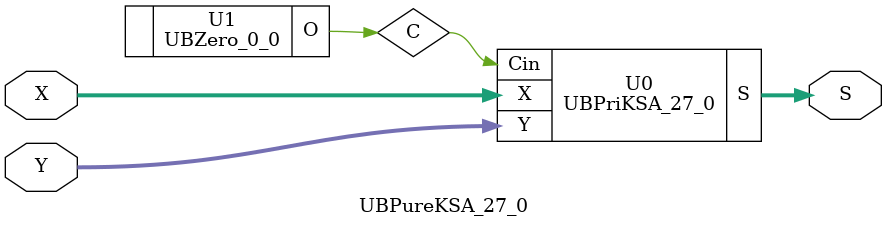
<source format=v>
/*----------------------------------------------------------------------------
  Copyright (c) 2021 Homma laboratory. All rights reserved.

  Top module: UBKSA_27_0_27_0

  Operand-1 length: 28
  Operand-2 length: 28
  Two-operand addition algorithm: Kogge-Stone adder
----------------------------------------------------------------------------*/

module GPGenerator(Go, Po, A, B);
  output Go;
  output Po;
  input A;
  input B;
  assign Go = A & B;
  assign Po = A ^ B;
endmodule

module CarryOperator(Go, Po, Gi1, Pi1, Gi2, Pi2);
  output Go;
  output Po;
  input Gi1;
  input Gi2;
  input Pi1;
  input Pi2;
  assign Go = Gi1 | ( Gi2 & Pi1 );
  assign Po = Pi1 & Pi2;
endmodule

module UBPriKSA_27_0(S, X, Y, Cin);
  output [28:0] S;
  input Cin;
  input [27:0] X;
  input [27:0] Y;
  wire [27:0] G0;
  wire [27:0] G1;
  wire [27:0] G2;
  wire [27:0] G3;
  wire [27:0] G4;
  wire [27:0] G5;
  wire [27:0] P0;
  wire [27:0] P1;
  wire [27:0] P2;
  wire [27:0] P3;
  wire [27:0] P4;
  wire [27:0] P5;
  assign P1[0] = P0[0];
  assign G1[0] = G0[0];
  assign P2[0] = P1[0];
  assign G2[0] = G1[0];
  assign P2[1] = P1[1];
  assign G2[1] = G1[1];
  assign P3[0] = P2[0];
  assign G3[0] = G2[0];
  assign P3[1] = P2[1];
  assign G3[1] = G2[1];
  assign P3[2] = P2[2];
  assign G3[2] = G2[2];
  assign P3[3] = P2[3];
  assign G3[3] = G2[3];
  assign P4[0] = P3[0];
  assign G4[0] = G3[0];
  assign P4[1] = P3[1];
  assign G4[1] = G3[1];
  assign P4[2] = P3[2];
  assign G4[2] = G3[2];
  assign P4[3] = P3[3];
  assign G4[3] = G3[3];
  assign P4[4] = P3[4];
  assign G4[4] = G3[4];
  assign P4[5] = P3[5];
  assign G4[5] = G3[5];
  assign P4[6] = P3[6];
  assign G4[6] = G3[6];
  assign P4[7] = P3[7];
  assign G4[7] = G3[7];
  assign P5[0] = P4[0];
  assign G5[0] = G4[0];
  assign P5[1] = P4[1];
  assign G5[1] = G4[1];
  assign P5[2] = P4[2];
  assign G5[2] = G4[2];
  assign P5[3] = P4[3];
  assign G5[3] = G4[3];
  assign P5[4] = P4[4];
  assign G5[4] = G4[4];
  assign P5[5] = P4[5];
  assign G5[5] = G4[5];
  assign P5[6] = P4[6];
  assign G5[6] = G4[6];
  assign P5[7] = P4[7];
  assign G5[7] = G4[7];
  assign P5[8] = P4[8];
  assign G5[8] = G4[8];
  assign P5[9] = P4[9];
  assign G5[9] = G4[9];
  assign P5[10] = P4[10];
  assign G5[10] = G4[10];
  assign P5[11] = P4[11];
  assign G5[11] = G4[11];
  assign P5[12] = P4[12];
  assign G5[12] = G4[12];
  assign P5[13] = P4[13];
  assign G5[13] = G4[13];
  assign P5[14] = P4[14];
  assign G5[14] = G4[14];
  assign P5[15] = P4[15];
  assign G5[15] = G4[15];
  assign S[0] = Cin ^ P0[0];
  assign S[1] = ( G5[0] | ( P5[0] & Cin ) ) ^ P0[1];
  assign S[2] = ( G5[1] | ( P5[1] & Cin ) ) ^ P0[2];
  assign S[3] = ( G5[2] | ( P5[2] & Cin ) ) ^ P0[3];
  assign S[4] = ( G5[3] | ( P5[3] & Cin ) ) ^ P0[4];
  assign S[5] = ( G5[4] | ( P5[4] & Cin ) ) ^ P0[5];
  assign S[6] = ( G5[5] | ( P5[5] & Cin ) ) ^ P0[6];
  assign S[7] = ( G5[6] | ( P5[6] & Cin ) ) ^ P0[7];
  assign S[8] = ( G5[7] | ( P5[7] & Cin ) ) ^ P0[8];
  assign S[9] = ( G5[8] | ( P5[8] & Cin ) ) ^ P0[9];
  assign S[10] = ( G5[9] | ( P5[9] & Cin ) ) ^ P0[10];
  assign S[11] = ( G5[10] | ( P5[10] & Cin ) ) ^ P0[11];
  assign S[12] = ( G5[11] | ( P5[11] & Cin ) ) ^ P0[12];
  assign S[13] = ( G5[12] | ( P5[12] & Cin ) ) ^ P0[13];
  assign S[14] = ( G5[13] | ( P5[13] & Cin ) ) ^ P0[14];
  assign S[15] = ( G5[14] | ( P5[14] & Cin ) ) ^ P0[15];
  assign S[16] = ( G5[15] | ( P5[15] & Cin ) ) ^ P0[16];
  assign S[17] = ( G5[16] | ( P5[16] & Cin ) ) ^ P0[17];
  assign S[18] = ( G5[17] | ( P5[17] & Cin ) ) ^ P0[18];
  assign S[19] = ( G5[18] | ( P5[18] & Cin ) ) ^ P0[19];
  assign S[20] = ( G5[19] | ( P5[19] & Cin ) ) ^ P0[20];
  assign S[21] = ( G5[20] | ( P5[20] & Cin ) ) ^ P0[21];
  assign S[22] = ( G5[21] | ( P5[21] & Cin ) ) ^ P0[22];
  assign S[23] = ( G5[22] | ( P5[22] & Cin ) ) ^ P0[23];
  assign S[24] = ( G5[23] | ( P5[23] & Cin ) ) ^ P0[24];
  assign S[25] = ( G5[24] | ( P5[24] & Cin ) ) ^ P0[25];
  assign S[26] = ( G5[25] | ( P5[25] & Cin ) ) ^ P0[26];
  assign S[27] = ( G5[26] | ( P5[26] & Cin ) ) ^ P0[27];
  assign S[28] = G5[27] | ( P5[27] & Cin );
  GPGenerator U0 (G0[0], P0[0], X[0], Y[0]);
  GPGenerator U1 (G0[1], P0[1], X[1], Y[1]);
  GPGenerator U2 (G0[2], P0[2], X[2], Y[2]);
  GPGenerator U3 (G0[3], P0[3], X[3], Y[3]);
  GPGenerator U4 (G0[4], P0[4], X[4], Y[4]);
  GPGenerator U5 (G0[5], P0[5], X[5], Y[5]);
  GPGenerator U6 (G0[6], P0[6], X[6], Y[6]);
  GPGenerator U7 (G0[7], P0[7], X[7], Y[7]);
  GPGenerator U8 (G0[8], P0[8], X[8], Y[8]);
  GPGenerator U9 (G0[9], P0[9], X[9], Y[9]);
  GPGenerator U10 (G0[10], P0[10], X[10], Y[10]);
  GPGenerator U11 (G0[11], P0[11], X[11], Y[11]);
  GPGenerator U12 (G0[12], P0[12], X[12], Y[12]);
  GPGenerator U13 (G0[13], P0[13], X[13], Y[13]);
  GPGenerator U14 (G0[14], P0[14], X[14], Y[14]);
  GPGenerator U15 (G0[15], P0[15], X[15], Y[15]);
  GPGenerator U16 (G0[16], P0[16], X[16], Y[16]);
  GPGenerator U17 (G0[17], P0[17], X[17], Y[17]);
  GPGenerator U18 (G0[18], P0[18], X[18], Y[18]);
  GPGenerator U19 (G0[19], P0[19], X[19], Y[19]);
  GPGenerator U20 (G0[20], P0[20], X[20], Y[20]);
  GPGenerator U21 (G0[21], P0[21], X[21], Y[21]);
  GPGenerator U22 (G0[22], P0[22], X[22], Y[22]);
  GPGenerator U23 (G0[23], P0[23], X[23], Y[23]);
  GPGenerator U24 (G0[24], P0[24], X[24], Y[24]);
  GPGenerator U25 (G0[25], P0[25], X[25], Y[25]);
  GPGenerator U26 (G0[26], P0[26], X[26], Y[26]);
  GPGenerator U27 (G0[27], P0[27], X[27], Y[27]);
  CarryOperator U28 (G1[1], P1[1], G0[1], P0[1], G0[0], P0[0]);
  CarryOperator U29 (G1[2], P1[2], G0[2], P0[2], G0[1], P0[1]);
  CarryOperator U30 (G1[3], P1[3], G0[3], P0[3], G0[2], P0[2]);
  CarryOperator U31 (G1[4], P1[4], G0[4], P0[4], G0[3], P0[3]);
  CarryOperator U32 (G1[5], P1[5], G0[5], P0[5], G0[4], P0[4]);
  CarryOperator U33 (G1[6], P1[6], G0[6], P0[6], G0[5], P0[5]);
  CarryOperator U34 (G1[7], P1[7], G0[7], P0[7], G0[6], P0[6]);
  CarryOperator U35 (G1[8], P1[8], G0[8], P0[8], G0[7], P0[7]);
  CarryOperator U36 (G1[9], P1[9], G0[9], P0[9], G0[8], P0[8]);
  CarryOperator U37 (G1[10], P1[10], G0[10], P0[10], G0[9], P0[9]);
  CarryOperator U38 (G1[11], P1[11], G0[11], P0[11], G0[10], P0[10]);
  CarryOperator U39 (G1[12], P1[12], G0[12], P0[12], G0[11], P0[11]);
  CarryOperator U40 (G1[13], P1[13], G0[13], P0[13], G0[12], P0[12]);
  CarryOperator U41 (G1[14], P1[14], G0[14], P0[14], G0[13], P0[13]);
  CarryOperator U42 (G1[15], P1[15], G0[15], P0[15], G0[14], P0[14]);
  CarryOperator U43 (G1[16], P1[16], G0[16], P0[16], G0[15], P0[15]);
  CarryOperator U44 (G1[17], P1[17], G0[17], P0[17], G0[16], P0[16]);
  CarryOperator U45 (G1[18], P1[18], G0[18], P0[18], G0[17], P0[17]);
  CarryOperator U46 (G1[19], P1[19], G0[19], P0[19], G0[18], P0[18]);
  CarryOperator U47 (G1[20], P1[20], G0[20], P0[20], G0[19], P0[19]);
  CarryOperator U48 (G1[21], P1[21], G0[21], P0[21], G0[20], P0[20]);
  CarryOperator U49 (G1[22], P1[22], G0[22], P0[22], G0[21], P0[21]);
  CarryOperator U50 (G1[23], P1[23], G0[23], P0[23], G0[22], P0[22]);
  CarryOperator U51 (G1[24], P1[24], G0[24], P0[24], G0[23], P0[23]);
  CarryOperator U52 (G1[25], P1[25], G0[25], P0[25], G0[24], P0[24]);
  CarryOperator U53 (G1[26], P1[26], G0[26], P0[26], G0[25], P0[25]);
  CarryOperator U54 (G1[27], P1[27], G0[27], P0[27], G0[26], P0[26]);
  CarryOperator U55 (G2[2], P2[2], G1[2], P1[2], G1[0], P1[0]);
  CarryOperator U56 (G2[3], P2[3], G1[3], P1[3], G1[1], P1[1]);
  CarryOperator U57 (G2[4], P2[4], G1[4], P1[4], G1[2], P1[2]);
  CarryOperator U58 (G2[5], P2[5], G1[5], P1[5], G1[3], P1[3]);
  CarryOperator U59 (G2[6], P2[6], G1[6], P1[6], G1[4], P1[4]);
  CarryOperator U60 (G2[7], P2[7], G1[7], P1[7], G1[5], P1[5]);
  CarryOperator U61 (G2[8], P2[8], G1[8], P1[8], G1[6], P1[6]);
  CarryOperator U62 (G2[9], P2[9], G1[9], P1[9], G1[7], P1[7]);
  CarryOperator U63 (G2[10], P2[10], G1[10], P1[10], G1[8], P1[8]);
  CarryOperator U64 (G2[11], P2[11], G1[11], P1[11], G1[9], P1[9]);
  CarryOperator U65 (G2[12], P2[12], G1[12], P1[12], G1[10], P1[10]);
  CarryOperator U66 (G2[13], P2[13], G1[13], P1[13], G1[11], P1[11]);
  CarryOperator U67 (G2[14], P2[14], G1[14], P1[14], G1[12], P1[12]);
  CarryOperator U68 (G2[15], P2[15], G1[15], P1[15], G1[13], P1[13]);
  CarryOperator U69 (G2[16], P2[16], G1[16], P1[16], G1[14], P1[14]);
  CarryOperator U70 (G2[17], P2[17], G1[17], P1[17], G1[15], P1[15]);
  CarryOperator U71 (G2[18], P2[18], G1[18], P1[18], G1[16], P1[16]);
  CarryOperator U72 (G2[19], P2[19], G1[19], P1[19], G1[17], P1[17]);
  CarryOperator U73 (G2[20], P2[20], G1[20], P1[20], G1[18], P1[18]);
  CarryOperator U74 (G2[21], P2[21], G1[21], P1[21], G1[19], P1[19]);
  CarryOperator U75 (G2[22], P2[22], G1[22], P1[22], G1[20], P1[20]);
  CarryOperator U76 (G2[23], P2[23], G1[23], P1[23], G1[21], P1[21]);
  CarryOperator U77 (G2[24], P2[24], G1[24], P1[24], G1[22], P1[22]);
  CarryOperator U78 (G2[25], P2[25], G1[25], P1[25], G1[23], P1[23]);
  CarryOperator U79 (G2[26], P2[26], G1[26], P1[26], G1[24], P1[24]);
  CarryOperator U80 (G2[27], P2[27], G1[27], P1[27], G1[25], P1[25]);
  CarryOperator U81 (G3[4], P3[4], G2[4], P2[4], G2[0], P2[0]);
  CarryOperator U82 (G3[5], P3[5], G2[5], P2[5], G2[1], P2[1]);
  CarryOperator U83 (G3[6], P3[6], G2[6], P2[6], G2[2], P2[2]);
  CarryOperator U84 (G3[7], P3[7], G2[7], P2[7], G2[3], P2[3]);
  CarryOperator U85 (G3[8], P3[8], G2[8], P2[8], G2[4], P2[4]);
  CarryOperator U86 (G3[9], P3[9], G2[9], P2[9], G2[5], P2[5]);
  CarryOperator U87 (G3[10], P3[10], G2[10], P2[10], G2[6], P2[6]);
  CarryOperator U88 (G3[11], P3[11], G2[11], P2[11], G2[7], P2[7]);
  CarryOperator U89 (G3[12], P3[12], G2[12], P2[12], G2[8], P2[8]);
  CarryOperator U90 (G3[13], P3[13], G2[13], P2[13], G2[9], P2[9]);
  CarryOperator U91 (G3[14], P3[14], G2[14], P2[14], G2[10], P2[10]);
  CarryOperator U92 (G3[15], P3[15], G2[15], P2[15], G2[11], P2[11]);
  CarryOperator U93 (G3[16], P3[16], G2[16], P2[16], G2[12], P2[12]);
  CarryOperator U94 (G3[17], P3[17], G2[17], P2[17], G2[13], P2[13]);
  CarryOperator U95 (G3[18], P3[18], G2[18], P2[18], G2[14], P2[14]);
  CarryOperator U96 (G3[19], P3[19], G2[19], P2[19], G2[15], P2[15]);
  CarryOperator U97 (G3[20], P3[20], G2[20], P2[20], G2[16], P2[16]);
  CarryOperator U98 (G3[21], P3[21], G2[21], P2[21], G2[17], P2[17]);
  CarryOperator U99 (G3[22], P3[22], G2[22], P2[22], G2[18], P2[18]);
  CarryOperator U100 (G3[23], P3[23], G2[23], P2[23], G2[19], P2[19]);
  CarryOperator U101 (G3[24], P3[24], G2[24], P2[24], G2[20], P2[20]);
  CarryOperator U102 (G3[25], P3[25], G2[25], P2[25], G2[21], P2[21]);
  CarryOperator U103 (G3[26], P3[26], G2[26], P2[26], G2[22], P2[22]);
  CarryOperator U104 (G3[27], P3[27], G2[27], P2[27], G2[23], P2[23]);
  CarryOperator U105 (G4[8], P4[8], G3[8], P3[8], G3[0], P3[0]);
  CarryOperator U106 (G4[9], P4[9], G3[9], P3[9], G3[1], P3[1]);
  CarryOperator U107 (G4[10], P4[10], G3[10], P3[10], G3[2], P3[2]);
  CarryOperator U108 (G4[11], P4[11], G3[11], P3[11], G3[3], P3[3]);
  CarryOperator U109 (G4[12], P4[12], G3[12], P3[12], G3[4], P3[4]);
  CarryOperator U110 (G4[13], P4[13], G3[13], P3[13], G3[5], P3[5]);
  CarryOperator U111 (G4[14], P4[14], G3[14], P3[14], G3[6], P3[6]);
  CarryOperator U112 (G4[15], P4[15], G3[15], P3[15], G3[7], P3[7]);
  CarryOperator U113 (G4[16], P4[16], G3[16], P3[16], G3[8], P3[8]);
  CarryOperator U114 (G4[17], P4[17], G3[17], P3[17], G3[9], P3[9]);
  CarryOperator U115 (G4[18], P4[18], G3[18], P3[18], G3[10], P3[10]);
  CarryOperator U116 (G4[19], P4[19], G3[19], P3[19], G3[11], P3[11]);
  CarryOperator U117 (G4[20], P4[20], G3[20], P3[20], G3[12], P3[12]);
  CarryOperator U118 (G4[21], P4[21], G3[21], P3[21], G3[13], P3[13]);
  CarryOperator U119 (G4[22], P4[22], G3[22], P3[22], G3[14], P3[14]);
  CarryOperator U120 (G4[23], P4[23], G3[23], P3[23], G3[15], P3[15]);
  CarryOperator U121 (G4[24], P4[24], G3[24], P3[24], G3[16], P3[16]);
  CarryOperator U122 (G4[25], P4[25], G3[25], P3[25], G3[17], P3[17]);
  CarryOperator U123 (G4[26], P4[26], G3[26], P3[26], G3[18], P3[18]);
  CarryOperator U124 (G4[27], P4[27], G3[27], P3[27], G3[19], P3[19]);
  CarryOperator U125 (G5[16], P5[16], G4[16], P4[16], G4[0], P4[0]);
  CarryOperator U126 (G5[17], P5[17], G4[17], P4[17], G4[1], P4[1]);
  CarryOperator U127 (G5[18], P5[18], G4[18], P4[18], G4[2], P4[2]);
  CarryOperator U128 (G5[19], P5[19], G4[19], P4[19], G4[3], P4[3]);
  CarryOperator U129 (G5[20], P5[20], G4[20], P4[20], G4[4], P4[4]);
  CarryOperator U130 (G5[21], P5[21], G4[21], P4[21], G4[5], P4[5]);
  CarryOperator U131 (G5[22], P5[22], G4[22], P4[22], G4[6], P4[6]);
  CarryOperator U132 (G5[23], P5[23], G4[23], P4[23], G4[7], P4[7]);
  CarryOperator U133 (G5[24], P5[24], G4[24], P4[24], G4[8], P4[8]);
  CarryOperator U134 (G5[25], P5[25], G4[25], P4[25], G4[9], P4[9]);
  CarryOperator U135 (G5[26], P5[26], G4[26], P4[26], G4[10], P4[10]);
  CarryOperator U136 (G5[27], P5[27], G4[27], P4[27], G4[11], P4[11]);
endmodule

module UBZero_0_0(O);
  output [0:0] O;
  assign O[0] = 0;
endmodule

module UBKSA_27_0_27_0 (S, X, Y);
  output [28:0] S;
  input [27:0] X;
  input [27:0] Y;
  UBPureKSA_27_0 U0 (S[28:0], X[27:0], Y[27:0]);
endmodule

module UBPureKSA_27_0 (S, X, Y);
  output [28:0] S;
  input [27:0] X;
  input [27:0] Y;
  wire C;
  UBPriKSA_27_0 U0 (S, X, Y, C);
  UBZero_0_0 U1 (C);
endmodule


</source>
